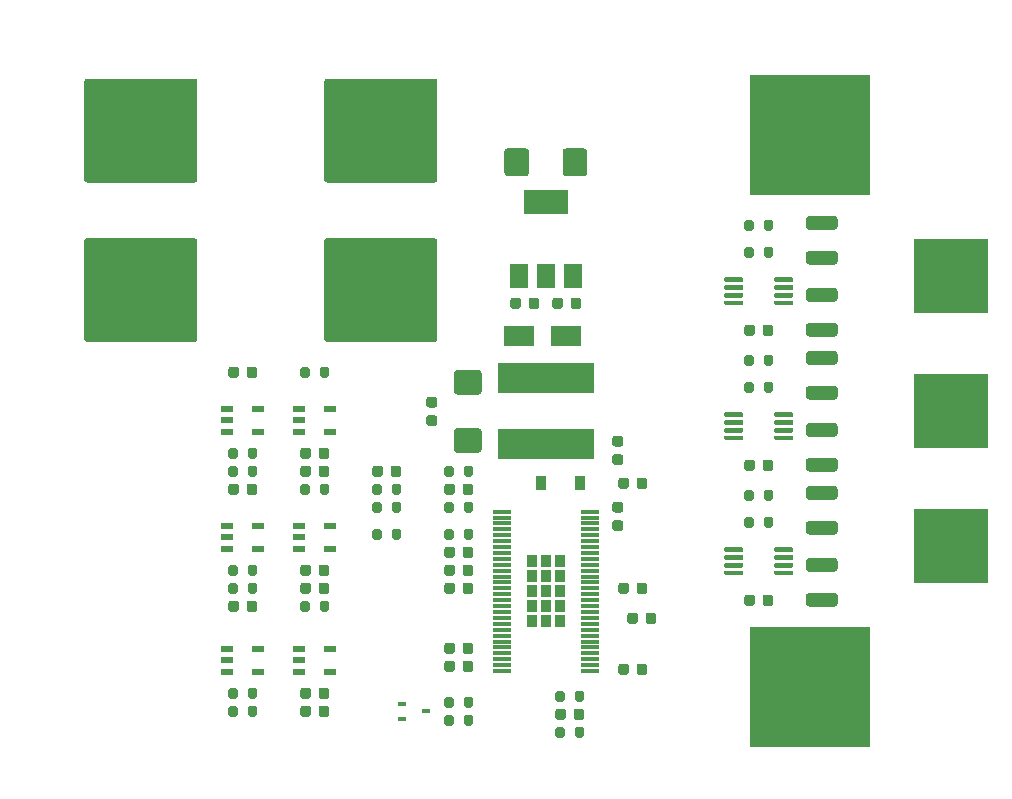
<source format=gtp>
%TF.GenerationSoftware,KiCad,Pcbnew,(5.1.7-0-10_14)*%
%TF.CreationDate,2021-01-04T14:16:26+09:00*%
%TF.ProjectId,rotomdriver,726f746f-6d64-4726-9976-65722e6b6963,rev?*%
%TF.SameCoordinates,Original*%
%TF.FileFunction,Paste,Top*%
%TF.FilePolarity,Positive*%
%FSLAX46Y46*%
G04 Gerber Fmt 4.6, Leading zero omitted, Abs format (unit mm)*
G04 Created by KiCad (PCBNEW (5.1.7-0-10_14)) date 2021-01-04 14:16:26*
%MOMM*%
%LPD*%
G01*
G04 APERTURE LIST*
%ADD10R,10.160000X10.160000*%
%ADD11R,0.900000X1.200000*%
%ADD12R,2.500000X1.800000*%
%ADD13R,8.200000X2.600000*%
%ADD14R,6.350000X6.350000*%
%ADD15R,0.700000X0.450000*%
%ADD16R,1.104900X0.508000*%
%ADD17R,1.550000X0.300000*%
%ADD18R,0.960000X1.030000*%
%ADD19R,3.800000X2.000000*%
%ADD20R,1.500000X2.000000*%
G04 APERTURE END LIST*
%TO.C,U3*%
G36*
G01*
X67026000Y-42277000D02*
X67026000Y-42477000D01*
G75*
G02*
X66926000Y-42577000I-100000J0D01*
G01*
X65501000Y-42577000D01*
G75*
G02*
X65401000Y-42477000I0J100000D01*
G01*
X65401000Y-42277000D01*
G75*
G02*
X65501000Y-42177000I100000J0D01*
G01*
X66926000Y-42177000D01*
G75*
G02*
X67026000Y-42277000I0J-100000D01*
G01*
G37*
G36*
G01*
X67026000Y-41627000D02*
X67026000Y-41827000D01*
G75*
G02*
X66926000Y-41927000I-100000J0D01*
G01*
X65501000Y-41927000D01*
G75*
G02*
X65401000Y-41827000I0J100000D01*
G01*
X65401000Y-41627000D01*
G75*
G02*
X65501000Y-41527000I100000J0D01*
G01*
X66926000Y-41527000D01*
G75*
G02*
X67026000Y-41627000I0J-100000D01*
G01*
G37*
G36*
G01*
X67026000Y-40977000D02*
X67026000Y-41177000D01*
G75*
G02*
X66926000Y-41277000I-100000J0D01*
G01*
X65501000Y-41277000D01*
G75*
G02*
X65401000Y-41177000I0J100000D01*
G01*
X65401000Y-40977000D01*
G75*
G02*
X65501000Y-40877000I100000J0D01*
G01*
X66926000Y-40877000D01*
G75*
G02*
X67026000Y-40977000I0J-100000D01*
G01*
G37*
G36*
G01*
X67026000Y-40327000D02*
X67026000Y-40527000D01*
G75*
G02*
X66926000Y-40627000I-100000J0D01*
G01*
X65501000Y-40627000D01*
G75*
G02*
X65401000Y-40527000I0J100000D01*
G01*
X65401000Y-40327000D01*
G75*
G02*
X65501000Y-40227000I100000J0D01*
G01*
X66926000Y-40227000D01*
G75*
G02*
X67026000Y-40327000I0J-100000D01*
G01*
G37*
G36*
G01*
X71251000Y-40327000D02*
X71251000Y-40527000D01*
G75*
G02*
X71151000Y-40627000I-100000J0D01*
G01*
X69726000Y-40627000D01*
G75*
G02*
X69626000Y-40527000I0J100000D01*
G01*
X69626000Y-40327000D01*
G75*
G02*
X69726000Y-40227000I100000J0D01*
G01*
X71151000Y-40227000D01*
G75*
G02*
X71251000Y-40327000I0J-100000D01*
G01*
G37*
G36*
G01*
X71251000Y-40977000D02*
X71251000Y-41177000D01*
G75*
G02*
X71151000Y-41277000I-100000J0D01*
G01*
X69726000Y-41277000D01*
G75*
G02*
X69626000Y-41177000I0J100000D01*
G01*
X69626000Y-40977000D01*
G75*
G02*
X69726000Y-40877000I100000J0D01*
G01*
X71151000Y-40877000D01*
G75*
G02*
X71251000Y-40977000I0J-100000D01*
G01*
G37*
G36*
G01*
X71251000Y-41627000D02*
X71251000Y-41827000D01*
G75*
G02*
X71151000Y-41927000I-100000J0D01*
G01*
X69726000Y-41927000D01*
G75*
G02*
X69626000Y-41827000I0J100000D01*
G01*
X69626000Y-41627000D01*
G75*
G02*
X69726000Y-41527000I100000J0D01*
G01*
X71151000Y-41527000D01*
G75*
G02*
X71251000Y-41627000I0J-100000D01*
G01*
G37*
G36*
G01*
X71251000Y-42277000D02*
X71251000Y-42477000D01*
G75*
G02*
X71151000Y-42577000I-100000J0D01*
G01*
X69726000Y-42577000D01*
G75*
G02*
X69626000Y-42477000I0J100000D01*
G01*
X69626000Y-42277000D01*
G75*
G02*
X69726000Y-42177000I100000J0D01*
G01*
X71151000Y-42177000D01*
G75*
G02*
X71251000Y-42277000I0J-100000D01*
G01*
G37*
%TD*%
%TO.C,R9*%
G36*
G01*
X67901000Y-37825000D02*
X67901000Y-38375000D01*
G75*
G02*
X67701000Y-38575000I-200000J0D01*
G01*
X67301000Y-38575000D01*
G75*
G02*
X67101000Y-38375000I0J200000D01*
G01*
X67101000Y-37825000D01*
G75*
G02*
X67301000Y-37625000I200000J0D01*
G01*
X67701000Y-37625000D01*
G75*
G02*
X67901000Y-37825000I0J-200000D01*
G01*
G37*
G36*
G01*
X69551000Y-37825000D02*
X69551000Y-38375000D01*
G75*
G02*
X69351000Y-38575000I-200000J0D01*
G01*
X68951000Y-38575000D01*
G75*
G02*
X68751000Y-38375000I0J200000D01*
G01*
X68751000Y-37825000D01*
G75*
G02*
X68951000Y-37625000I200000J0D01*
G01*
X69351000Y-37625000D01*
G75*
G02*
X69551000Y-37825000I0J-200000D01*
G01*
G37*
%TD*%
%TO.C,R3*%
G36*
G01*
X67901000Y-35539000D02*
X67901000Y-36089000D01*
G75*
G02*
X67701000Y-36289000I-200000J0D01*
G01*
X67301000Y-36289000D01*
G75*
G02*
X67101000Y-36089000I0J200000D01*
G01*
X67101000Y-35539000D01*
G75*
G02*
X67301000Y-35339000I200000J0D01*
G01*
X67701000Y-35339000D01*
G75*
G02*
X67901000Y-35539000I0J-200000D01*
G01*
G37*
G36*
G01*
X69551000Y-35539000D02*
X69551000Y-36089000D01*
G75*
G02*
X69351000Y-36289000I-200000J0D01*
G01*
X68951000Y-36289000D01*
G75*
G02*
X68751000Y-36089000I0J200000D01*
G01*
X68751000Y-35539000D01*
G75*
G02*
X68951000Y-35339000I200000J0D01*
G01*
X69351000Y-35339000D01*
G75*
G02*
X69551000Y-35539000I0J-200000D01*
G01*
G37*
%TD*%
D10*
%TO.C,P5*%
X72644000Y-52070000D03*
%TD*%
%TO.C,C6*%
G36*
G01*
X74760001Y-42280000D02*
X72559999Y-42280000D01*
G75*
G02*
X72310000Y-42030001I0J249999D01*
G01*
X72310000Y-41379999D01*
G75*
G02*
X72559999Y-41130000I249999J0D01*
G01*
X74760001Y-41130000D01*
G75*
G02*
X75010000Y-41379999I0J-249999D01*
G01*
X75010000Y-42030001D01*
G75*
G02*
X74760001Y-42280000I-249999J0D01*
G01*
G37*
G36*
G01*
X74760001Y-45230000D02*
X72559999Y-45230000D01*
G75*
G02*
X72310000Y-44980001I0J249999D01*
G01*
X72310000Y-44329999D01*
G75*
G02*
X72559999Y-44080000I249999J0D01*
G01*
X74760001Y-44080000D01*
G75*
G02*
X75010000Y-44329999I0J-249999D01*
G01*
X75010000Y-44980001D01*
G75*
G02*
X74760001Y-45230000I-249999J0D01*
G01*
G37*
%TD*%
%TO.C,C5*%
G36*
G01*
X72559999Y-37984000D02*
X74760001Y-37984000D01*
G75*
G02*
X75010000Y-38233999I0J-249999D01*
G01*
X75010000Y-38884001D01*
G75*
G02*
X74760001Y-39134000I-249999J0D01*
G01*
X72559999Y-39134000D01*
G75*
G02*
X72310000Y-38884001I0J249999D01*
G01*
X72310000Y-38233999D01*
G75*
G02*
X72559999Y-37984000I249999J0D01*
G01*
G37*
G36*
G01*
X72559999Y-35034000D02*
X74760001Y-35034000D01*
G75*
G02*
X75010000Y-35283999I0J-249999D01*
G01*
X75010000Y-35934001D01*
G75*
G02*
X74760001Y-36184000I-249999J0D01*
G01*
X72559999Y-36184000D01*
G75*
G02*
X72310000Y-35934001I0J249999D01*
G01*
X72310000Y-35283999D01*
G75*
G02*
X72559999Y-35034000I249999J0D01*
G01*
G37*
%TD*%
%TO.C,P1*%
X72644000Y-5334000D03*
%TD*%
%TO.C,C1*%
G36*
G01*
X72559999Y-12174000D02*
X74760001Y-12174000D01*
G75*
G02*
X75010000Y-12423999I0J-249999D01*
G01*
X75010000Y-13074001D01*
G75*
G02*
X74760001Y-13324000I-249999J0D01*
G01*
X72559999Y-13324000D01*
G75*
G02*
X72310000Y-13074001I0J249999D01*
G01*
X72310000Y-12423999D01*
G75*
G02*
X72559999Y-12174000I249999J0D01*
G01*
G37*
G36*
G01*
X72559999Y-15124000D02*
X74760001Y-15124000D01*
G75*
G02*
X75010000Y-15373999I0J-249999D01*
G01*
X75010000Y-16024001D01*
G75*
G02*
X74760001Y-16274000I-249999J0D01*
G01*
X72559999Y-16274000D01*
G75*
G02*
X72310000Y-16024001I0J249999D01*
G01*
X72310000Y-15373999D01*
G75*
G02*
X72559999Y-15124000I249999J0D01*
G01*
G37*
%TD*%
%TO.C,C2*%
G36*
G01*
X74760001Y-19420000D02*
X72559999Y-19420000D01*
G75*
G02*
X72310000Y-19170001I0J249999D01*
G01*
X72310000Y-18519999D01*
G75*
G02*
X72559999Y-18270000I249999J0D01*
G01*
X74760001Y-18270000D01*
G75*
G02*
X75010000Y-18519999I0J-249999D01*
G01*
X75010000Y-19170001D01*
G75*
G02*
X74760001Y-19420000I-249999J0D01*
G01*
G37*
G36*
G01*
X74760001Y-22370000D02*
X72559999Y-22370000D01*
G75*
G02*
X72310000Y-22120001I0J249999D01*
G01*
X72310000Y-21469999D01*
G75*
G02*
X72559999Y-21220000I249999J0D01*
G01*
X74760001Y-21220000D01*
G75*
G02*
X75010000Y-21469999I0J-249999D01*
G01*
X75010000Y-22120001D01*
G75*
G02*
X74760001Y-22370000I-249999J0D01*
G01*
G37*
%TD*%
%TO.C,C3*%
G36*
G01*
X72559999Y-23604000D02*
X74760001Y-23604000D01*
G75*
G02*
X75010000Y-23853999I0J-249999D01*
G01*
X75010000Y-24504001D01*
G75*
G02*
X74760001Y-24754000I-249999J0D01*
G01*
X72559999Y-24754000D01*
G75*
G02*
X72310000Y-24504001I0J249999D01*
G01*
X72310000Y-23853999D01*
G75*
G02*
X72559999Y-23604000I249999J0D01*
G01*
G37*
G36*
G01*
X72559999Y-26554000D02*
X74760001Y-26554000D01*
G75*
G02*
X75010000Y-26803999I0J-249999D01*
G01*
X75010000Y-27454001D01*
G75*
G02*
X74760001Y-27704000I-249999J0D01*
G01*
X72559999Y-27704000D01*
G75*
G02*
X72310000Y-27454001I0J249999D01*
G01*
X72310000Y-26803999D01*
G75*
G02*
X72559999Y-26554000I249999J0D01*
G01*
G37*
%TD*%
%TO.C,C4*%
G36*
G01*
X74760001Y-30850000D02*
X72559999Y-30850000D01*
G75*
G02*
X72310000Y-30600001I0J249999D01*
G01*
X72310000Y-29949999D01*
G75*
G02*
X72559999Y-29700000I249999J0D01*
G01*
X74760001Y-29700000D01*
G75*
G02*
X75010000Y-29949999I0J-249999D01*
G01*
X75010000Y-30600001D01*
G75*
G02*
X74760001Y-30850000I-249999J0D01*
G01*
G37*
G36*
G01*
X74760001Y-33800000D02*
X72559999Y-33800000D01*
G75*
G02*
X72310000Y-33550001I0J249999D01*
G01*
X72310000Y-32899999D01*
G75*
G02*
X72559999Y-32650000I249999J0D01*
G01*
X74760001Y-32650000D01*
G75*
G02*
X75010000Y-32899999I0J-249999D01*
G01*
X75010000Y-33550001D01*
G75*
G02*
X74760001Y-33800000I-249999J0D01*
G01*
G37*
%TD*%
%TO.C,C7*%
G36*
G01*
X67101000Y-22094000D02*
X67101000Y-21594000D01*
G75*
G02*
X67326000Y-21369000I225000J0D01*
G01*
X67776000Y-21369000D01*
G75*
G02*
X68001000Y-21594000I0J-225000D01*
G01*
X68001000Y-22094000D01*
G75*
G02*
X67776000Y-22319000I-225000J0D01*
G01*
X67326000Y-22319000D01*
G75*
G02*
X67101000Y-22094000I0J225000D01*
G01*
G37*
G36*
G01*
X68651000Y-22094000D02*
X68651000Y-21594000D01*
G75*
G02*
X68876000Y-21369000I225000J0D01*
G01*
X69326000Y-21369000D01*
G75*
G02*
X69551000Y-21594000I0J-225000D01*
G01*
X69551000Y-22094000D01*
G75*
G02*
X69326000Y-22319000I-225000J0D01*
G01*
X68876000Y-22319000D01*
G75*
G02*
X68651000Y-22094000I0J225000D01*
G01*
G37*
%TD*%
%TO.C,C8*%
G36*
G01*
X68651000Y-33524000D02*
X68651000Y-33024000D01*
G75*
G02*
X68876000Y-32799000I225000J0D01*
G01*
X69326000Y-32799000D01*
G75*
G02*
X69551000Y-33024000I0J-225000D01*
G01*
X69551000Y-33524000D01*
G75*
G02*
X69326000Y-33749000I-225000J0D01*
G01*
X68876000Y-33749000D01*
G75*
G02*
X68651000Y-33524000I0J225000D01*
G01*
G37*
G36*
G01*
X67101000Y-33524000D02*
X67101000Y-33024000D01*
G75*
G02*
X67326000Y-32799000I225000J0D01*
G01*
X67776000Y-32799000D01*
G75*
G02*
X68001000Y-33024000I0J-225000D01*
G01*
X68001000Y-33524000D01*
G75*
G02*
X67776000Y-33749000I-225000J0D01*
G01*
X67326000Y-33749000D01*
G75*
G02*
X67101000Y-33524000I0J225000D01*
G01*
G37*
%TD*%
%TO.C,C9*%
G36*
G01*
X68651000Y-44954000D02*
X68651000Y-44454000D01*
G75*
G02*
X68876000Y-44229000I225000J0D01*
G01*
X69326000Y-44229000D01*
G75*
G02*
X69551000Y-44454000I0J-225000D01*
G01*
X69551000Y-44954000D01*
G75*
G02*
X69326000Y-45179000I-225000J0D01*
G01*
X68876000Y-45179000D01*
G75*
G02*
X68651000Y-44954000I0J225000D01*
G01*
G37*
G36*
G01*
X67101000Y-44954000D02*
X67101000Y-44454000D01*
G75*
G02*
X67326000Y-44229000I225000J0D01*
G01*
X67776000Y-44229000D01*
G75*
G02*
X68001000Y-44454000I0J-225000D01*
G01*
X68001000Y-44954000D01*
G75*
G02*
X67776000Y-45179000I-225000J0D01*
G01*
X67326000Y-45179000D01*
G75*
G02*
X67101000Y-44954000I0J225000D01*
G01*
G37*
%TD*%
%TO.C,C10*%
G36*
G01*
X31059000Y-32508000D02*
X31059000Y-32008000D01*
G75*
G02*
X31284000Y-31783000I225000J0D01*
G01*
X31734000Y-31783000D01*
G75*
G02*
X31959000Y-32008000I0J-225000D01*
G01*
X31959000Y-32508000D01*
G75*
G02*
X31734000Y-32733000I-225000J0D01*
G01*
X31284000Y-32733000D01*
G75*
G02*
X31059000Y-32508000I0J225000D01*
G01*
G37*
G36*
G01*
X29509000Y-32508000D02*
X29509000Y-32008000D01*
G75*
G02*
X29734000Y-31783000I225000J0D01*
G01*
X30184000Y-31783000D01*
G75*
G02*
X30409000Y-32008000I0J-225000D01*
G01*
X30409000Y-32508000D01*
G75*
G02*
X30184000Y-32733000I-225000J0D01*
G01*
X29734000Y-32733000D01*
G75*
G02*
X29509000Y-32508000I0J225000D01*
G01*
G37*
%TD*%
%TO.C,C11*%
G36*
G01*
X29509000Y-42414000D02*
X29509000Y-41914000D01*
G75*
G02*
X29734000Y-41689000I225000J0D01*
G01*
X30184000Y-41689000D01*
G75*
G02*
X30409000Y-41914000I0J-225000D01*
G01*
X30409000Y-42414000D01*
G75*
G02*
X30184000Y-42639000I-225000J0D01*
G01*
X29734000Y-42639000D01*
G75*
G02*
X29509000Y-42414000I0J225000D01*
G01*
G37*
G36*
G01*
X31059000Y-42414000D02*
X31059000Y-41914000D01*
G75*
G02*
X31284000Y-41689000I225000J0D01*
G01*
X31734000Y-41689000D01*
G75*
G02*
X31959000Y-41914000I0J-225000D01*
G01*
X31959000Y-42414000D01*
G75*
G02*
X31734000Y-42639000I-225000J0D01*
G01*
X31284000Y-42639000D01*
G75*
G02*
X31059000Y-42414000I0J225000D01*
G01*
G37*
%TD*%
%TO.C,C12*%
G36*
G01*
X29509000Y-52828000D02*
X29509000Y-52328000D01*
G75*
G02*
X29734000Y-52103000I225000J0D01*
G01*
X30184000Y-52103000D01*
G75*
G02*
X30409000Y-52328000I0J-225000D01*
G01*
X30409000Y-52828000D01*
G75*
G02*
X30184000Y-53053000I-225000J0D01*
G01*
X29734000Y-53053000D01*
G75*
G02*
X29509000Y-52828000I0J225000D01*
G01*
G37*
G36*
G01*
X31059000Y-52828000D02*
X31059000Y-52328000D01*
G75*
G02*
X31284000Y-52103000I225000J0D01*
G01*
X31734000Y-52103000D01*
G75*
G02*
X31959000Y-52328000I0J-225000D01*
G01*
X31959000Y-52828000D01*
G75*
G02*
X31734000Y-53053000I-225000J0D01*
G01*
X31284000Y-53053000D01*
G75*
G02*
X31059000Y-52828000I0J225000D01*
G01*
G37*
%TD*%
%TO.C,C13*%
G36*
G01*
X29509000Y-34032000D02*
X29509000Y-33532000D01*
G75*
G02*
X29734000Y-33307000I225000J0D01*
G01*
X30184000Y-33307000D01*
G75*
G02*
X30409000Y-33532000I0J-225000D01*
G01*
X30409000Y-34032000D01*
G75*
G02*
X30184000Y-34257000I-225000J0D01*
G01*
X29734000Y-34257000D01*
G75*
G02*
X29509000Y-34032000I0J225000D01*
G01*
G37*
G36*
G01*
X31059000Y-34032000D02*
X31059000Y-33532000D01*
G75*
G02*
X31284000Y-33307000I225000J0D01*
G01*
X31734000Y-33307000D01*
G75*
G02*
X31959000Y-33532000I0J-225000D01*
G01*
X31959000Y-34032000D01*
G75*
G02*
X31734000Y-34257000I-225000J0D01*
G01*
X31284000Y-34257000D01*
G75*
G02*
X31059000Y-34032000I0J225000D01*
G01*
G37*
%TD*%
%TO.C,C14*%
G36*
G01*
X31059000Y-43938000D02*
X31059000Y-43438000D01*
G75*
G02*
X31284000Y-43213000I225000J0D01*
G01*
X31734000Y-43213000D01*
G75*
G02*
X31959000Y-43438000I0J-225000D01*
G01*
X31959000Y-43938000D01*
G75*
G02*
X31734000Y-44163000I-225000J0D01*
G01*
X31284000Y-44163000D01*
G75*
G02*
X31059000Y-43938000I0J225000D01*
G01*
G37*
G36*
G01*
X29509000Y-43938000D02*
X29509000Y-43438000D01*
G75*
G02*
X29734000Y-43213000I225000J0D01*
G01*
X30184000Y-43213000D01*
G75*
G02*
X30409000Y-43438000I0J-225000D01*
G01*
X30409000Y-43938000D01*
G75*
G02*
X30184000Y-44163000I-225000J0D01*
G01*
X29734000Y-44163000D01*
G75*
G02*
X29509000Y-43938000I0J225000D01*
G01*
G37*
%TD*%
%TO.C,C15*%
G36*
G01*
X31059000Y-54352000D02*
X31059000Y-53852000D01*
G75*
G02*
X31284000Y-53627000I225000J0D01*
G01*
X31734000Y-53627000D01*
G75*
G02*
X31959000Y-53852000I0J-225000D01*
G01*
X31959000Y-54352000D01*
G75*
G02*
X31734000Y-54577000I-225000J0D01*
G01*
X31284000Y-54577000D01*
G75*
G02*
X31059000Y-54352000I0J225000D01*
G01*
G37*
G36*
G01*
X29509000Y-54352000D02*
X29509000Y-53852000D01*
G75*
G02*
X29734000Y-53627000I225000J0D01*
G01*
X30184000Y-53627000D01*
G75*
G02*
X30409000Y-53852000I0J-225000D01*
G01*
X30409000Y-54352000D01*
G75*
G02*
X30184000Y-54577000I-225000J0D01*
G01*
X29734000Y-54577000D01*
G75*
G02*
X29509000Y-54352000I0J225000D01*
G01*
G37*
%TD*%
%TO.C,C16*%
G36*
G01*
X31771999Y-14034000D02*
X40872001Y-14034000D01*
G75*
G02*
X41122000Y-14283999I0J-249999D01*
G01*
X41122000Y-22584001D01*
G75*
G02*
X40872001Y-22834000I-249999J0D01*
G01*
X31771999Y-22834000D01*
G75*
G02*
X31522000Y-22584001I0J249999D01*
G01*
X31522000Y-14283999D01*
G75*
G02*
X31771999Y-14034000I249999J0D01*
G01*
G37*
G36*
G01*
X31771999Y-534000D02*
X40872001Y-534000D01*
G75*
G02*
X41122000Y-783999I0J-249999D01*
G01*
X41122000Y-9084001D01*
G75*
G02*
X40872001Y-9334000I-249999J0D01*
G01*
X31771999Y-9334000D01*
G75*
G02*
X31522000Y-9084001I0J249999D01*
G01*
X31522000Y-783999D01*
G75*
G02*
X31771999Y-534000I249999J0D01*
G01*
G37*
%TD*%
%TO.C,C17*%
G36*
G01*
X11451999Y-534000D02*
X20552001Y-534000D01*
G75*
G02*
X20802000Y-783999I0J-249999D01*
G01*
X20802000Y-9084001D01*
G75*
G02*
X20552001Y-9334000I-249999J0D01*
G01*
X11451999Y-9334000D01*
G75*
G02*
X11202000Y-9084001I0J249999D01*
G01*
X11202000Y-783999D01*
G75*
G02*
X11451999Y-534000I249999J0D01*
G01*
G37*
G36*
G01*
X11451999Y-14034000D02*
X20552001Y-14034000D01*
G75*
G02*
X20802000Y-14283999I0J-249999D01*
G01*
X20802000Y-22584001D01*
G75*
G02*
X20552001Y-22834000I-249999J0D01*
G01*
X11451999Y-22834000D01*
G75*
G02*
X11202000Y-22584001I0J249999D01*
G01*
X11202000Y-14283999D01*
G75*
G02*
X11451999Y-14034000I249999J0D01*
G01*
G37*
%TD*%
%TO.C,C18*%
G36*
G01*
X53549000Y-54106000D02*
X53549000Y-54606000D01*
G75*
G02*
X53324000Y-54831000I-225000J0D01*
G01*
X52874000Y-54831000D01*
G75*
G02*
X52649000Y-54606000I0J225000D01*
G01*
X52649000Y-54106000D01*
G75*
G02*
X52874000Y-53881000I225000J0D01*
G01*
X53324000Y-53881000D01*
G75*
G02*
X53549000Y-54106000I0J-225000D01*
G01*
G37*
G36*
G01*
X51999000Y-54106000D02*
X51999000Y-54606000D01*
G75*
G02*
X51774000Y-54831000I-225000J0D01*
G01*
X51324000Y-54831000D01*
G75*
G02*
X51099000Y-54606000I0J225000D01*
G01*
X51099000Y-54106000D01*
G75*
G02*
X51324000Y-53881000I225000J0D01*
G01*
X51774000Y-53881000D01*
G75*
G02*
X51999000Y-54106000I0J-225000D01*
G01*
G37*
%TD*%
%TO.C,C19*%
G36*
G01*
X35605000Y-34032000D02*
X35605000Y-33532000D01*
G75*
G02*
X35830000Y-33307000I225000J0D01*
G01*
X36280000Y-33307000D01*
G75*
G02*
X36505000Y-33532000I0J-225000D01*
G01*
X36505000Y-34032000D01*
G75*
G02*
X36280000Y-34257000I-225000J0D01*
G01*
X35830000Y-34257000D01*
G75*
G02*
X35605000Y-34032000I0J225000D01*
G01*
G37*
G36*
G01*
X37155000Y-34032000D02*
X37155000Y-33532000D01*
G75*
G02*
X37380000Y-33307000I225000J0D01*
G01*
X37830000Y-33307000D01*
G75*
G02*
X38055000Y-33532000I0J-225000D01*
G01*
X38055000Y-34032000D01*
G75*
G02*
X37830000Y-34257000I-225000J0D01*
G01*
X37380000Y-34257000D01*
G75*
G02*
X37155000Y-34032000I0J225000D01*
G01*
G37*
%TD*%
%TO.C,C20*%
G36*
G01*
X56638000Y-33229000D02*
X56138000Y-33229000D01*
G75*
G02*
X55913000Y-33004000I0J225000D01*
G01*
X55913000Y-32554000D01*
G75*
G02*
X56138000Y-32329000I225000J0D01*
G01*
X56638000Y-32329000D01*
G75*
G02*
X56863000Y-32554000I0J-225000D01*
G01*
X56863000Y-33004000D01*
G75*
G02*
X56638000Y-33229000I-225000J0D01*
G01*
G37*
G36*
G01*
X56638000Y-31679000D02*
X56138000Y-31679000D01*
G75*
G02*
X55913000Y-31454000I0J225000D01*
G01*
X55913000Y-31004000D01*
G75*
G02*
X56138000Y-30779000I225000J0D01*
G01*
X56638000Y-30779000D01*
G75*
G02*
X56863000Y-31004000I0J-225000D01*
G01*
X56863000Y-31454000D01*
G75*
G02*
X56638000Y-31679000I-225000J0D01*
G01*
G37*
%TD*%
%TO.C,C21*%
G36*
G01*
X43251000Y-35556000D02*
X43251000Y-35056000D01*
G75*
G02*
X43476000Y-34831000I225000J0D01*
G01*
X43926000Y-34831000D01*
G75*
G02*
X44151000Y-35056000I0J-225000D01*
G01*
X44151000Y-35556000D01*
G75*
G02*
X43926000Y-35781000I-225000J0D01*
G01*
X43476000Y-35781000D01*
G75*
G02*
X43251000Y-35556000I0J225000D01*
G01*
G37*
G36*
G01*
X41701000Y-35556000D02*
X41701000Y-35056000D01*
G75*
G02*
X41926000Y-34831000I225000J0D01*
G01*
X42376000Y-34831000D01*
G75*
G02*
X42601000Y-35056000I0J-225000D01*
G01*
X42601000Y-35556000D01*
G75*
G02*
X42376000Y-35781000I-225000J0D01*
G01*
X41926000Y-35781000D01*
G75*
G02*
X41701000Y-35556000I0J225000D01*
G01*
G37*
%TD*%
%TO.C,C22*%
G36*
G01*
X56638000Y-37267000D02*
X56138000Y-37267000D01*
G75*
G02*
X55913000Y-37042000I0J225000D01*
G01*
X55913000Y-36592000D01*
G75*
G02*
X56138000Y-36367000I225000J0D01*
G01*
X56638000Y-36367000D01*
G75*
G02*
X56863000Y-36592000I0J-225000D01*
G01*
X56863000Y-37042000D01*
G75*
G02*
X56638000Y-37267000I-225000J0D01*
G01*
G37*
G36*
G01*
X56638000Y-38817000D02*
X56138000Y-38817000D01*
G75*
G02*
X55913000Y-38592000I0J225000D01*
G01*
X55913000Y-38142000D01*
G75*
G02*
X56138000Y-37917000I225000J0D01*
G01*
X56638000Y-37917000D01*
G75*
G02*
X56863000Y-38142000I0J-225000D01*
G01*
X56863000Y-38592000D01*
G75*
G02*
X56638000Y-38817000I-225000J0D01*
G01*
G37*
%TD*%
%TO.C,C23*%
G36*
G01*
X40390000Y-29027000D02*
X40890000Y-29027000D01*
G75*
G02*
X41115000Y-29252000I0J-225000D01*
G01*
X41115000Y-29702000D01*
G75*
G02*
X40890000Y-29927000I-225000J0D01*
G01*
X40390000Y-29927000D01*
G75*
G02*
X40165000Y-29702000I0J225000D01*
G01*
X40165000Y-29252000D01*
G75*
G02*
X40390000Y-29027000I225000J0D01*
G01*
G37*
G36*
G01*
X40390000Y-27477000D02*
X40890000Y-27477000D01*
G75*
G02*
X41115000Y-27702000I0J-225000D01*
G01*
X41115000Y-28152000D01*
G75*
G02*
X40890000Y-28377000I-225000J0D01*
G01*
X40390000Y-28377000D01*
G75*
G02*
X40165000Y-28152000I0J225000D01*
G01*
X40165000Y-27702000D01*
G75*
G02*
X40390000Y-27477000I225000J0D01*
G01*
G37*
%TD*%
%TO.C,C24*%
G36*
G01*
X42763000Y-30127000D02*
X44613000Y-30127000D01*
G75*
G02*
X44863000Y-30377000I0J-250000D01*
G01*
X44863000Y-31952000D01*
G75*
G02*
X44613000Y-32202000I-250000J0D01*
G01*
X42763000Y-32202000D01*
G75*
G02*
X42513000Y-31952000I0J250000D01*
G01*
X42513000Y-30377000D01*
G75*
G02*
X42763000Y-30127000I250000J0D01*
G01*
G37*
G36*
G01*
X42763000Y-25202000D02*
X44613000Y-25202000D01*
G75*
G02*
X44863000Y-25452000I0J-250000D01*
G01*
X44863000Y-27027000D01*
G75*
G02*
X44613000Y-27277000I-250000J0D01*
G01*
X42763000Y-27277000D01*
G75*
G02*
X42513000Y-27027000I0J250000D01*
G01*
X42513000Y-25452000D01*
G75*
G02*
X42763000Y-25202000I250000J0D01*
G01*
G37*
%TD*%
%TO.C,C25*%
G36*
G01*
X56433000Y-35048000D02*
X56433000Y-34548000D01*
G75*
G02*
X56658000Y-34323000I225000J0D01*
G01*
X57108000Y-34323000D01*
G75*
G02*
X57333000Y-34548000I0J-225000D01*
G01*
X57333000Y-35048000D01*
G75*
G02*
X57108000Y-35273000I-225000J0D01*
G01*
X56658000Y-35273000D01*
G75*
G02*
X56433000Y-35048000I0J225000D01*
G01*
G37*
G36*
G01*
X57983000Y-35048000D02*
X57983000Y-34548000D01*
G75*
G02*
X58208000Y-34323000I225000J0D01*
G01*
X58658000Y-34323000D01*
G75*
G02*
X58883000Y-34548000I0J-225000D01*
G01*
X58883000Y-35048000D01*
G75*
G02*
X58658000Y-35273000I-225000J0D01*
G01*
X58208000Y-35273000D01*
G75*
G02*
X57983000Y-35048000I0J225000D01*
G01*
G37*
%TD*%
%TO.C,C26*%
G36*
G01*
X44151000Y-43438000D02*
X44151000Y-43938000D01*
G75*
G02*
X43926000Y-44163000I-225000J0D01*
G01*
X43476000Y-44163000D01*
G75*
G02*
X43251000Y-43938000I0J225000D01*
G01*
X43251000Y-43438000D01*
G75*
G02*
X43476000Y-43213000I225000J0D01*
G01*
X43926000Y-43213000D01*
G75*
G02*
X44151000Y-43438000I0J-225000D01*
G01*
G37*
G36*
G01*
X42601000Y-43438000D02*
X42601000Y-43938000D01*
G75*
G02*
X42376000Y-44163000I-225000J0D01*
G01*
X41926000Y-44163000D01*
G75*
G02*
X41701000Y-43938000I0J225000D01*
G01*
X41701000Y-43438000D01*
G75*
G02*
X41926000Y-43213000I225000J0D01*
G01*
X42376000Y-43213000D01*
G75*
G02*
X42601000Y-43438000I0J-225000D01*
G01*
G37*
%TD*%
%TO.C,C27*%
G36*
G01*
X56433000Y-43938000D02*
X56433000Y-43438000D01*
G75*
G02*
X56658000Y-43213000I225000J0D01*
G01*
X57108000Y-43213000D01*
G75*
G02*
X57333000Y-43438000I0J-225000D01*
G01*
X57333000Y-43938000D01*
G75*
G02*
X57108000Y-44163000I-225000J0D01*
G01*
X56658000Y-44163000D01*
G75*
G02*
X56433000Y-43938000I0J225000D01*
G01*
G37*
G36*
G01*
X57983000Y-43938000D02*
X57983000Y-43438000D01*
G75*
G02*
X58208000Y-43213000I225000J0D01*
G01*
X58658000Y-43213000D01*
G75*
G02*
X58883000Y-43438000I0J-225000D01*
G01*
X58883000Y-43938000D01*
G75*
G02*
X58658000Y-44163000I-225000J0D01*
G01*
X58208000Y-44163000D01*
G75*
G02*
X57983000Y-43938000I0J225000D01*
G01*
G37*
%TD*%
%TO.C,C28*%
G36*
G01*
X44151000Y-41914000D02*
X44151000Y-42414000D01*
G75*
G02*
X43926000Y-42639000I-225000J0D01*
G01*
X43476000Y-42639000D01*
G75*
G02*
X43251000Y-42414000I0J225000D01*
G01*
X43251000Y-41914000D01*
G75*
G02*
X43476000Y-41689000I225000J0D01*
G01*
X43926000Y-41689000D01*
G75*
G02*
X44151000Y-41914000I0J-225000D01*
G01*
G37*
G36*
G01*
X42601000Y-41914000D02*
X42601000Y-42414000D01*
G75*
G02*
X42376000Y-42639000I-225000J0D01*
G01*
X41926000Y-42639000D01*
G75*
G02*
X41701000Y-42414000I0J225000D01*
G01*
X41701000Y-41914000D01*
G75*
G02*
X41926000Y-41689000I225000J0D01*
G01*
X42376000Y-41689000D01*
G75*
G02*
X42601000Y-41914000I0J-225000D01*
G01*
G37*
%TD*%
%TO.C,C29*%
G36*
G01*
X42601000Y-40390000D02*
X42601000Y-40890000D01*
G75*
G02*
X42376000Y-41115000I-225000J0D01*
G01*
X41926000Y-41115000D01*
G75*
G02*
X41701000Y-40890000I0J225000D01*
G01*
X41701000Y-40390000D01*
G75*
G02*
X41926000Y-40165000I225000J0D01*
G01*
X42376000Y-40165000D01*
G75*
G02*
X42601000Y-40390000I0J-225000D01*
G01*
G37*
G36*
G01*
X44151000Y-40390000D02*
X44151000Y-40890000D01*
G75*
G02*
X43926000Y-41115000I-225000J0D01*
G01*
X43476000Y-41115000D01*
G75*
G02*
X43251000Y-40890000I0J225000D01*
G01*
X43251000Y-40390000D01*
G75*
G02*
X43476000Y-40165000I225000J0D01*
G01*
X43926000Y-40165000D01*
G75*
G02*
X44151000Y-40390000I0J-225000D01*
G01*
G37*
%TD*%
%TO.C,C30*%
G36*
G01*
X58745000Y-46478000D02*
X58745000Y-45978000D01*
G75*
G02*
X58970000Y-45753000I225000J0D01*
G01*
X59420000Y-45753000D01*
G75*
G02*
X59645000Y-45978000I0J-225000D01*
G01*
X59645000Y-46478000D01*
G75*
G02*
X59420000Y-46703000I-225000J0D01*
G01*
X58970000Y-46703000D01*
G75*
G02*
X58745000Y-46478000I0J225000D01*
G01*
G37*
G36*
G01*
X57195000Y-46478000D02*
X57195000Y-45978000D01*
G75*
G02*
X57420000Y-45753000I225000J0D01*
G01*
X57870000Y-45753000D01*
G75*
G02*
X58095000Y-45978000I0J-225000D01*
G01*
X58095000Y-46478000D01*
G75*
G02*
X57870000Y-46703000I-225000J0D01*
G01*
X57420000Y-46703000D01*
G75*
G02*
X57195000Y-46478000I0J225000D01*
G01*
G37*
%TD*%
%TO.C,C31*%
G36*
G01*
X42601000Y-48518000D02*
X42601000Y-49018000D01*
G75*
G02*
X42376000Y-49243000I-225000J0D01*
G01*
X41926000Y-49243000D01*
G75*
G02*
X41701000Y-49018000I0J225000D01*
G01*
X41701000Y-48518000D01*
G75*
G02*
X41926000Y-48293000I225000J0D01*
G01*
X42376000Y-48293000D01*
G75*
G02*
X42601000Y-48518000I0J-225000D01*
G01*
G37*
G36*
G01*
X44151000Y-48518000D02*
X44151000Y-49018000D01*
G75*
G02*
X43926000Y-49243000I-225000J0D01*
G01*
X43476000Y-49243000D01*
G75*
G02*
X43251000Y-49018000I0J225000D01*
G01*
X43251000Y-48518000D01*
G75*
G02*
X43476000Y-48293000I225000J0D01*
G01*
X43926000Y-48293000D01*
G75*
G02*
X44151000Y-48518000I0J-225000D01*
G01*
G37*
%TD*%
%TO.C,C32*%
G36*
G01*
X44151000Y-50042000D02*
X44151000Y-50542000D01*
G75*
G02*
X43926000Y-50767000I-225000J0D01*
G01*
X43476000Y-50767000D01*
G75*
G02*
X43251000Y-50542000I0J225000D01*
G01*
X43251000Y-50042000D01*
G75*
G02*
X43476000Y-49817000I225000J0D01*
G01*
X43926000Y-49817000D01*
G75*
G02*
X44151000Y-50042000I0J-225000D01*
G01*
G37*
G36*
G01*
X42601000Y-50042000D02*
X42601000Y-50542000D01*
G75*
G02*
X42376000Y-50767000I-225000J0D01*
G01*
X41926000Y-50767000D01*
G75*
G02*
X41701000Y-50542000I0J225000D01*
G01*
X41701000Y-50042000D01*
G75*
G02*
X41926000Y-49817000I225000J0D01*
G01*
X42376000Y-49817000D01*
G75*
G02*
X42601000Y-50042000I0J-225000D01*
G01*
G37*
%TD*%
%TO.C,C33*%
G36*
G01*
X57983000Y-50796000D02*
X57983000Y-50296000D01*
G75*
G02*
X58208000Y-50071000I225000J0D01*
G01*
X58658000Y-50071000D01*
G75*
G02*
X58883000Y-50296000I0J-225000D01*
G01*
X58883000Y-50796000D01*
G75*
G02*
X58658000Y-51021000I-225000J0D01*
G01*
X58208000Y-51021000D01*
G75*
G02*
X57983000Y-50796000I0J225000D01*
G01*
G37*
G36*
G01*
X56433000Y-50796000D02*
X56433000Y-50296000D01*
G75*
G02*
X56658000Y-50071000I225000J0D01*
G01*
X57108000Y-50071000D01*
G75*
G02*
X57333000Y-50296000I0J-225000D01*
G01*
X57333000Y-50796000D01*
G75*
G02*
X57108000Y-51021000I-225000J0D01*
G01*
X56658000Y-51021000D01*
G75*
G02*
X56433000Y-50796000I0J225000D01*
G01*
G37*
%TD*%
%TO.C,C34*%
G36*
G01*
X50845000Y-19808000D02*
X50845000Y-19308000D01*
G75*
G02*
X51070000Y-19083000I225000J0D01*
G01*
X51520000Y-19083000D01*
G75*
G02*
X51745000Y-19308000I0J-225000D01*
G01*
X51745000Y-19808000D01*
G75*
G02*
X51520000Y-20033000I-225000J0D01*
G01*
X51070000Y-20033000D01*
G75*
G02*
X50845000Y-19808000I0J225000D01*
G01*
G37*
G36*
G01*
X52395000Y-19808000D02*
X52395000Y-19308000D01*
G75*
G02*
X52620000Y-19083000I225000J0D01*
G01*
X53070000Y-19083000D01*
G75*
G02*
X53295000Y-19308000I0J-225000D01*
G01*
X53295000Y-19808000D01*
G75*
G02*
X53070000Y-20033000I-225000J0D01*
G01*
X52620000Y-20033000D01*
G75*
G02*
X52395000Y-19808000I0J225000D01*
G01*
G37*
%TD*%
%TO.C,C35*%
G36*
G01*
X48189000Y-19308000D02*
X48189000Y-19808000D01*
G75*
G02*
X47964000Y-20033000I-225000J0D01*
G01*
X47514000Y-20033000D01*
G75*
G02*
X47289000Y-19808000I0J225000D01*
G01*
X47289000Y-19308000D01*
G75*
G02*
X47514000Y-19083000I225000J0D01*
G01*
X47964000Y-19083000D01*
G75*
G02*
X48189000Y-19308000I0J-225000D01*
G01*
G37*
G36*
G01*
X49739000Y-19308000D02*
X49739000Y-19808000D01*
G75*
G02*
X49514000Y-20033000I-225000J0D01*
G01*
X49064000Y-20033000D01*
G75*
G02*
X48839000Y-19808000I0J225000D01*
G01*
X48839000Y-19308000D01*
G75*
G02*
X49064000Y-19083000I225000J0D01*
G01*
X49514000Y-19083000D01*
G75*
G02*
X49739000Y-19308000I0J-225000D01*
G01*
G37*
%TD*%
%TO.C,C36*%
G36*
G01*
X46792000Y-8545000D02*
X46792000Y-6695000D01*
G75*
G02*
X47042000Y-6445000I250000J0D01*
G01*
X48617000Y-6445000D01*
G75*
G02*
X48867000Y-6695000I0J-250000D01*
G01*
X48867000Y-8545000D01*
G75*
G02*
X48617000Y-8795000I-250000J0D01*
G01*
X47042000Y-8795000D01*
G75*
G02*
X46792000Y-8545000I0J250000D01*
G01*
G37*
G36*
G01*
X51717000Y-8545000D02*
X51717000Y-6695000D01*
G75*
G02*
X51967000Y-6445000I250000J0D01*
G01*
X53542000Y-6445000D01*
G75*
G02*
X53792000Y-6695000I0J-250000D01*
G01*
X53792000Y-8545000D01*
G75*
G02*
X53542000Y-8795000I-250000J0D01*
G01*
X51967000Y-8795000D01*
G75*
G02*
X51717000Y-8545000I0J250000D01*
G01*
G37*
%TD*%
%TO.C,C37*%
G36*
G01*
X23413000Y-25650000D02*
X23413000Y-25150000D01*
G75*
G02*
X23638000Y-24925000I225000J0D01*
G01*
X24088000Y-24925000D01*
G75*
G02*
X24313000Y-25150000I0J-225000D01*
G01*
X24313000Y-25650000D01*
G75*
G02*
X24088000Y-25875000I-225000J0D01*
G01*
X23638000Y-25875000D01*
G75*
G02*
X23413000Y-25650000I0J225000D01*
G01*
G37*
G36*
G01*
X24963000Y-25650000D02*
X24963000Y-25150000D01*
G75*
G02*
X25188000Y-24925000I225000J0D01*
G01*
X25638000Y-24925000D01*
G75*
G02*
X25863000Y-25150000I0J-225000D01*
G01*
X25863000Y-25650000D01*
G75*
G02*
X25638000Y-25875000I-225000J0D01*
G01*
X25188000Y-25875000D01*
G75*
G02*
X24963000Y-25650000I0J225000D01*
G01*
G37*
%TD*%
%TO.C,C38*%
G36*
G01*
X23413000Y-35556000D02*
X23413000Y-35056000D01*
G75*
G02*
X23638000Y-34831000I225000J0D01*
G01*
X24088000Y-34831000D01*
G75*
G02*
X24313000Y-35056000I0J-225000D01*
G01*
X24313000Y-35556000D01*
G75*
G02*
X24088000Y-35781000I-225000J0D01*
G01*
X23638000Y-35781000D01*
G75*
G02*
X23413000Y-35556000I0J225000D01*
G01*
G37*
G36*
G01*
X24963000Y-35556000D02*
X24963000Y-35056000D01*
G75*
G02*
X25188000Y-34831000I225000J0D01*
G01*
X25638000Y-34831000D01*
G75*
G02*
X25863000Y-35056000I0J-225000D01*
G01*
X25863000Y-35556000D01*
G75*
G02*
X25638000Y-35781000I-225000J0D01*
G01*
X25188000Y-35781000D01*
G75*
G02*
X24963000Y-35556000I0J225000D01*
G01*
G37*
%TD*%
%TO.C,C39*%
G36*
G01*
X24963000Y-45462000D02*
X24963000Y-44962000D01*
G75*
G02*
X25188000Y-44737000I225000J0D01*
G01*
X25638000Y-44737000D01*
G75*
G02*
X25863000Y-44962000I0J-225000D01*
G01*
X25863000Y-45462000D01*
G75*
G02*
X25638000Y-45687000I-225000J0D01*
G01*
X25188000Y-45687000D01*
G75*
G02*
X24963000Y-45462000I0J225000D01*
G01*
G37*
G36*
G01*
X23413000Y-45462000D02*
X23413000Y-44962000D01*
G75*
G02*
X23638000Y-44737000I225000J0D01*
G01*
X24088000Y-44737000D01*
G75*
G02*
X24313000Y-44962000I0J-225000D01*
G01*
X24313000Y-45462000D01*
G75*
G02*
X24088000Y-45687000I-225000J0D01*
G01*
X23638000Y-45687000D01*
G75*
G02*
X23413000Y-45462000I0J225000D01*
G01*
G37*
%TD*%
D11*
%TO.C,D1*%
X53212000Y-34798000D03*
X49912000Y-34798000D03*
%TD*%
D12*
%TO.C,D2*%
X48038000Y-22352000D03*
X52038000Y-22352000D03*
%TD*%
D13*
%TO.C,L1*%
X50292000Y-31502000D03*
X50292000Y-25902000D03*
%TD*%
D14*
%TO.C,P2*%
X84582000Y-17272000D03*
%TD*%
%TO.C,P3*%
X84582000Y-28702000D03*
%TD*%
%TO.C,P4*%
X84582000Y-40132000D03*
%TD*%
D15*
%TO.C,Q7*%
X38116000Y-53452000D03*
X38116000Y-54752000D03*
X40116000Y-54102000D03*
%TD*%
%TO.C,R1*%
G36*
G01*
X67901000Y-12679000D02*
X67901000Y-13229000D01*
G75*
G02*
X67701000Y-13429000I-200000J0D01*
G01*
X67301000Y-13429000D01*
G75*
G02*
X67101000Y-13229000I0J200000D01*
G01*
X67101000Y-12679000D01*
G75*
G02*
X67301000Y-12479000I200000J0D01*
G01*
X67701000Y-12479000D01*
G75*
G02*
X67901000Y-12679000I0J-200000D01*
G01*
G37*
G36*
G01*
X69551000Y-12679000D02*
X69551000Y-13229000D01*
G75*
G02*
X69351000Y-13429000I-200000J0D01*
G01*
X68951000Y-13429000D01*
G75*
G02*
X68751000Y-13229000I0J200000D01*
G01*
X68751000Y-12679000D01*
G75*
G02*
X68951000Y-12479000I200000J0D01*
G01*
X69351000Y-12479000D01*
G75*
G02*
X69551000Y-12679000I0J-200000D01*
G01*
G37*
%TD*%
%TO.C,R2*%
G36*
G01*
X67901000Y-24109000D02*
X67901000Y-24659000D01*
G75*
G02*
X67701000Y-24859000I-200000J0D01*
G01*
X67301000Y-24859000D01*
G75*
G02*
X67101000Y-24659000I0J200000D01*
G01*
X67101000Y-24109000D01*
G75*
G02*
X67301000Y-23909000I200000J0D01*
G01*
X67701000Y-23909000D01*
G75*
G02*
X67901000Y-24109000I0J-200000D01*
G01*
G37*
G36*
G01*
X69551000Y-24109000D02*
X69551000Y-24659000D01*
G75*
G02*
X69351000Y-24859000I-200000J0D01*
G01*
X68951000Y-24859000D01*
G75*
G02*
X68751000Y-24659000I0J200000D01*
G01*
X68751000Y-24109000D01*
G75*
G02*
X68951000Y-23909000I200000J0D01*
G01*
X69351000Y-23909000D01*
G75*
G02*
X69551000Y-24109000I0J-200000D01*
G01*
G37*
%TD*%
%TO.C,R7*%
G36*
G01*
X69551000Y-14965000D02*
X69551000Y-15515000D01*
G75*
G02*
X69351000Y-15715000I-200000J0D01*
G01*
X68951000Y-15715000D01*
G75*
G02*
X68751000Y-15515000I0J200000D01*
G01*
X68751000Y-14965000D01*
G75*
G02*
X68951000Y-14765000I200000J0D01*
G01*
X69351000Y-14765000D01*
G75*
G02*
X69551000Y-14965000I0J-200000D01*
G01*
G37*
G36*
G01*
X67901000Y-14965000D02*
X67901000Y-15515000D01*
G75*
G02*
X67701000Y-15715000I-200000J0D01*
G01*
X67301000Y-15715000D01*
G75*
G02*
X67101000Y-15515000I0J200000D01*
G01*
X67101000Y-14965000D01*
G75*
G02*
X67301000Y-14765000I200000J0D01*
G01*
X67701000Y-14765000D01*
G75*
G02*
X67901000Y-14965000I0J-200000D01*
G01*
G37*
%TD*%
%TO.C,R8*%
G36*
G01*
X69551000Y-26395000D02*
X69551000Y-26945000D01*
G75*
G02*
X69351000Y-27145000I-200000J0D01*
G01*
X68951000Y-27145000D01*
G75*
G02*
X68751000Y-26945000I0J200000D01*
G01*
X68751000Y-26395000D01*
G75*
G02*
X68951000Y-26195000I200000J0D01*
G01*
X69351000Y-26195000D01*
G75*
G02*
X69551000Y-26395000I0J-200000D01*
G01*
G37*
G36*
G01*
X67901000Y-26395000D02*
X67901000Y-26945000D01*
G75*
G02*
X67701000Y-27145000I-200000J0D01*
G01*
X67301000Y-27145000D01*
G75*
G02*
X67101000Y-26945000I0J200000D01*
G01*
X67101000Y-26395000D01*
G75*
G02*
X67301000Y-26195000I200000J0D01*
G01*
X67701000Y-26195000D01*
G75*
G02*
X67901000Y-26395000I0J-200000D01*
G01*
G37*
%TD*%
%TO.C,R10*%
G36*
G01*
X31959000Y-25125000D02*
X31959000Y-25675000D01*
G75*
G02*
X31759000Y-25875000I-200000J0D01*
G01*
X31359000Y-25875000D01*
G75*
G02*
X31159000Y-25675000I0J200000D01*
G01*
X31159000Y-25125000D01*
G75*
G02*
X31359000Y-24925000I200000J0D01*
G01*
X31759000Y-24925000D01*
G75*
G02*
X31959000Y-25125000I0J-200000D01*
G01*
G37*
G36*
G01*
X30309000Y-25125000D02*
X30309000Y-25675000D01*
G75*
G02*
X30109000Y-25875000I-200000J0D01*
G01*
X29709000Y-25875000D01*
G75*
G02*
X29509000Y-25675000I0J200000D01*
G01*
X29509000Y-25125000D01*
G75*
G02*
X29709000Y-24925000I200000J0D01*
G01*
X30109000Y-24925000D01*
G75*
G02*
X30309000Y-25125000I0J-200000D01*
G01*
G37*
%TD*%
%TO.C,R11*%
G36*
G01*
X30309000Y-35031000D02*
X30309000Y-35581000D01*
G75*
G02*
X30109000Y-35781000I-200000J0D01*
G01*
X29709000Y-35781000D01*
G75*
G02*
X29509000Y-35581000I0J200000D01*
G01*
X29509000Y-35031000D01*
G75*
G02*
X29709000Y-34831000I200000J0D01*
G01*
X30109000Y-34831000D01*
G75*
G02*
X30309000Y-35031000I0J-200000D01*
G01*
G37*
G36*
G01*
X31959000Y-35031000D02*
X31959000Y-35581000D01*
G75*
G02*
X31759000Y-35781000I-200000J0D01*
G01*
X31359000Y-35781000D01*
G75*
G02*
X31159000Y-35581000I0J200000D01*
G01*
X31159000Y-35031000D01*
G75*
G02*
X31359000Y-34831000I200000J0D01*
G01*
X31759000Y-34831000D01*
G75*
G02*
X31959000Y-35031000I0J-200000D01*
G01*
G37*
%TD*%
%TO.C,R12*%
G36*
G01*
X31959000Y-44937000D02*
X31959000Y-45487000D01*
G75*
G02*
X31759000Y-45687000I-200000J0D01*
G01*
X31359000Y-45687000D01*
G75*
G02*
X31159000Y-45487000I0J200000D01*
G01*
X31159000Y-44937000D01*
G75*
G02*
X31359000Y-44737000I200000J0D01*
G01*
X31759000Y-44737000D01*
G75*
G02*
X31959000Y-44937000I0J-200000D01*
G01*
G37*
G36*
G01*
X30309000Y-44937000D02*
X30309000Y-45487000D01*
G75*
G02*
X30109000Y-45687000I-200000J0D01*
G01*
X29709000Y-45687000D01*
G75*
G02*
X29509000Y-45487000I0J200000D01*
G01*
X29509000Y-44937000D01*
G75*
G02*
X29709000Y-44737000I200000J0D01*
G01*
X30109000Y-44737000D01*
G75*
G02*
X30309000Y-44937000I0J-200000D01*
G01*
G37*
%TD*%
%TO.C,R13*%
G36*
G01*
X51099000Y-53107000D02*
X51099000Y-52557000D01*
G75*
G02*
X51299000Y-52357000I200000J0D01*
G01*
X51699000Y-52357000D01*
G75*
G02*
X51899000Y-52557000I0J-200000D01*
G01*
X51899000Y-53107000D01*
G75*
G02*
X51699000Y-53307000I-200000J0D01*
G01*
X51299000Y-53307000D01*
G75*
G02*
X51099000Y-53107000I0J200000D01*
G01*
G37*
G36*
G01*
X52749000Y-53107000D02*
X52749000Y-52557000D01*
G75*
G02*
X52949000Y-52357000I200000J0D01*
G01*
X53349000Y-52357000D01*
G75*
G02*
X53549000Y-52557000I0J-200000D01*
G01*
X53549000Y-53107000D01*
G75*
G02*
X53349000Y-53307000I-200000J0D01*
G01*
X52949000Y-53307000D01*
G75*
G02*
X52749000Y-53107000I0J200000D01*
G01*
G37*
%TD*%
%TO.C,R14*%
G36*
G01*
X53549000Y-55605000D02*
X53549000Y-56155000D01*
G75*
G02*
X53349000Y-56355000I-200000J0D01*
G01*
X52949000Y-56355000D01*
G75*
G02*
X52749000Y-56155000I0J200000D01*
G01*
X52749000Y-55605000D01*
G75*
G02*
X52949000Y-55405000I200000J0D01*
G01*
X53349000Y-55405000D01*
G75*
G02*
X53549000Y-55605000I0J-200000D01*
G01*
G37*
G36*
G01*
X51899000Y-55605000D02*
X51899000Y-56155000D01*
G75*
G02*
X51699000Y-56355000I-200000J0D01*
G01*
X51299000Y-56355000D01*
G75*
G02*
X51099000Y-56155000I0J200000D01*
G01*
X51099000Y-55605000D01*
G75*
G02*
X51299000Y-55405000I200000J0D01*
G01*
X51699000Y-55405000D01*
G75*
G02*
X51899000Y-55605000I0J-200000D01*
G01*
G37*
%TD*%
%TO.C,R15*%
G36*
G01*
X37255000Y-37105000D02*
X37255000Y-36555000D01*
G75*
G02*
X37455000Y-36355000I200000J0D01*
G01*
X37855000Y-36355000D01*
G75*
G02*
X38055000Y-36555000I0J-200000D01*
G01*
X38055000Y-37105000D01*
G75*
G02*
X37855000Y-37305000I-200000J0D01*
G01*
X37455000Y-37305000D01*
G75*
G02*
X37255000Y-37105000I0J200000D01*
G01*
G37*
G36*
G01*
X35605000Y-37105000D02*
X35605000Y-36555000D01*
G75*
G02*
X35805000Y-36355000I200000J0D01*
G01*
X36205000Y-36355000D01*
G75*
G02*
X36405000Y-36555000I0J-200000D01*
G01*
X36405000Y-37105000D01*
G75*
G02*
X36205000Y-37305000I-200000J0D01*
G01*
X35805000Y-37305000D01*
G75*
G02*
X35605000Y-37105000I0J200000D01*
G01*
G37*
%TD*%
%TO.C,R16*%
G36*
G01*
X43351000Y-34057000D02*
X43351000Y-33507000D01*
G75*
G02*
X43551000Y-33307000I200000J0D01*
G01*
X43951000Y-33307000D01*
G75*
G02*
X44151000Y-33507000I0J-200000D01*
G01*
X44151000Y-34057000D01*
G75*
G02*
X43951000Y-34257000I-200000J0D01*
G01*
X43551000Y-34257000D01*
G75*
G02*
X43351000Y-34057000I0J200000D01*
G01*
G37*
G36*
G01*
X41701000Y-34057000D02*
X41701000Y-33507000D01*
G75*
G02*
X41901000Y-33307000I200000J0D01*
G01*
X42301000Y-33307000D01*
G75*
G02*
X42501000Y-33507000I0J-200000D01*
G01*
X42501000Y-34057000D01*
G75*
G02*
X42301000Y-34257000I-200000J0D01*
G01*
X41901000Y-34257000D01*
G75*
G02*
X41701000Y-34057000I0J200000D01*
G01*
G37*
%TD*%
%TO.C,R17*%
G36*
G01*
X38055000Y-35031000D02*
X38055000Y-35581000D01*
G75*
G02*
X37855000Y-35781000I-200000J0D01*
G01*
X37455000Y-35781000D01*
G75*
G02*
X37255000Y-35581000I0J200000D01*
G01*
X37255000Y-35031000D01*
G75*
G02*
X37455000Y-34831000I200000J0D01*
G01*
X37855000Y-34831000D01*
G75*
G02*
X38055000Y-35031000I0J-200000D01*
G01*
G37*
G36*
G01*
X36405000Y-35031000D02*
X36405000Y-35581000D01*
G75*
G02*
X36205000Y-35781000I-200000J0D01*
G01*
X35805000Y-35781000D01*
G75*
G02*
X35605000Y-35581000I0J200000D01*
G01*
X35605000Y-35031000D01*
G75*
G02*
X35805000Y-34831000I200000J0D01*
G01*
X36205000Y-34831000D01*
G75*
G02*
X36405000Y-35031000I0J-200000D01*
G01*
G37*
%TD*%
%TO.C,R18*%
G36*
G01*
X43351000Y-37105000D02*
X43351000Y-36555000D01*
G75*
G02*
X43551000Y-36355000I200000J0D01*
G01*
X43951000Y-36355000D01*
G75*
G02*
X44151000Y-36555000I0J-200000D01*
G01*
X44151000Y-37105000D01*
G75*
G02*
X43951000Y-37305000I-200000J0D01*
G01*
X43551000Y-37305000D01*
G75*
G02*
X43351000Y-37105000I0J200000D01*
G01*
G37*
G36*
G01*
X41701000Y-37105000D02*
X41701000Y-36555000D01*
G75*
G02*
X41901000Y-36355000I200000J0D01*
G01*
X42301000Y-36355000D01*
G75*
G02*
X42501000Y-36555000I0J-200000D01*
G01*
X42501000Y-37105000D01*
G75*
G02*
X42301000Y-37305000I-200000J0D01*
G01*
X41901000Y-37305000D01*
G75*
G02*
X41701000Y-37105000I0J200000D01*
G01*
G37*
%TD*%
%TO.C,R19*%
G36*
G01*
X44151000Y-54589000D02*
X44151000Y-55139000D01*
G75*
G02*
X43951000Y-55339000I-200000J0D01*
G01*
X43551000Y-55339000D01*
G75*
G02*
X43351000Y-55139000I0J200000D01*
G01*
X43351000Y-54589000D01*
G75*
G02*
X43551000Y-54389000I200000J0D01*
G01*
X43951000Y-54389000D01*
G75*
G02*
X44151000Y-54589000I0J-200000D01*
G01*
G37*
G36*
G01*
X42501000Y-54589000D02*
X42501000Y-55139000D01*
G75*
G02*
X42301000Y-55339000I-200000J0D01*
G01*
X41901000Y-55339000D01*
G75*
G02*
X41701000Y-55139000I0J200000D01*
G01*
X41701000Y-54589000D01*
G75*
G02*
X41901000Y-54389000I200000J0D01*
G01*
X42301000Y-54389000D01*
G75*
G02*
X42501000Y-54589000I0J-200000D01*
G01*
G37*
%TD*%
%TO.C,R20*%
G36*
G01*
X44151000Y-38841000D02*
X44151000Y-39391000D01*
G75*
G02*
X43951000Y-39591000I-200000J0D01*
G01*
X43551000Y-39591000D01*
G75*
G02*
X43351000Y-39391000I0J200000D01*
G01*
X43351000Y-38841000D01*
G75*
G02*
X43551000Y-38641000I200000J0D01*
G01*
X43951000Y-38641000D01*
G75*
G02*
X44151000Y-38841000I0J-200000D01*
G01*
G37*
G36*
G01*
X42501000Y-38841000D02*
X42501000Y-39391000D01*
G75*
G02*
X42301000Y-39591000I-200000J0D01*
G01*
X41901000Y-39591000D01*
G75*
G02*
X41701000Y-39391000I0J200000D01*
G01*
X41701000Y-38841000D01*
G75*
G02*
X41901000Y-38641000I200000J0D01*
G01*
X42301000Y-38641000D01*
G75*
G02*
X42501000Y-38841000I0J-200000D01*
G01*
G37*
%TD*%
%TO.C,R21*%
G36*
G01*
X35605000Y-39391000D02*
X35605000Y-38841000D01*
G75*
G02*
X35805000Y-38641000I200000J0D01*
G01*
X36205000Y-38641000D01*
G75*
G02*
X36405000Y-38841000I0J-200000D01*
G01*
X36405000Y-39391000D01*
G75*
G02*
X36205000Y-39591000I-200000J0D01*
G01*
X35805000Y-39591000D01*
G75*
G02*
X35605000Y-39391000I0J200000D01*
G01*
G37*
G36*
G01*
X37255000Y-39391000D02*
X37255000Y-38841000D01*
G75*
G02*
X37455000Y-38641000I200000J0D01*
G01*
X37855000Y-38641000D01*
G75*
G02*
X38055000Y-38841000I0J-200000D01*
G01*
X38055000Y-39391000D01*
G75*
G02*
X37855000Y-39591000I-200000J0D01*
G01*
X37455000Y-39591000D01*
G75*
G02*
X37255000Y-39391000I0J200000D01*
G01*
G37*
%TD*%
%TO.C,R22*%
G36*
G01*
X43351000Y-53615000D02*
X43351000Y-53065000D01*
G75*
G02*
X43551000Y-52865000I200000J0D01*
G01*
X43951000Y-52865000D01*
G75*
G02*
X44151000Y-53065000I0J-200000D01*
G01*
X44151000Y-53615000D01*
G75*
G02*
X43951000Y-53815000I-200000J0D01*
G01*
X43551000Y-53815000D01*
G75*
G02*
X43351000Y-53615000I0J200000D01*
G01*
G37*
G36*
G01*
X41701000Y-53615000D02*
X41701000Y-53065000D01*
G75*
G02*
X41901000Y-52865000I200000J0D01*
G01*
X42301000Y-52865000D01*
G75*
G02*
X42501000Y-53065000I0J-200000D01*
G01*
X42501000Y-53615000D01*
G75*
G02*
X42301000Y-53815000I-200000J0D01*
G01*
X41901000Y-53815000D01*
G75*
G02*
X41701000Y-53615000I0J200000D01*
G01*
G37*
%TD*%
%TO.C,R23*%
G36*
G01*
X24213000Y-33507000D02*
X24213000Y-34057000D01*
G75*
G02*
X24013000Y-34257000I-200000J0D01*
G01*
X23613000Y-34257000D01*
G75*
G02*
X23413000Y-34057000I0J200000D01*
G01*
X23413000Y-33507000D01*
G75*
G02*
X23613000Y-33307000I200000J0D01*
G01*
X24013000Y-33307000D01*
G75*
G02*
X24213000Y-33507000I0J-200000D01*
G01*
G37*
G36*
G01*
X25863000Y-33507000D02*
X25863000Y-34057000D01*
G75*
G02*
X25663000Y-34257000I-200000J0D01*
G01*
X25263000Y-34257000D01*
G75*
G02*
X25063000Y-34057000I0J200000D01*
G01*
X25063000Y-33507000D01*
G75*
G02*
X25263000Y-33307000I200000J0D01*
G01*
X25663000Y-33307000D01*
G75*
G02*
X25863000Y-33507000I0J-200000D01*
G01*
G37*
%TD*%
%TO.C,R24*%
G36*
G01*
X25863000Y-31983000D02*
X25863000Y-32533000D01*
G75*
G02*
X25663000Y-32733000I-200000J0D01*
G01*
X25263000Y-32733000D01*
G75*
G02*
X25063000Y-32533000I0J200000D01*
G01*
X25063000Y-31983000D01*
G75*
G02*
X25263000Y-31783000I200000J0D01*
G01*
X25663000Y-31783000D01*
G75*
G02*
X25863000Y-31983000I0J-200000D01*
G01*
G37*
G36*
G01*
X24213000Y-31983000D02*
X24213000Y-32533000D01*
G75*
G02*
X24013000Y-32733000I-200000J0D01*
G01*
X23613000Y-32733000D01*
G75*
G02*
X23413000Y-32533000I0J200000D01*
G01*
X23413000Y-31983000D01*
G75*
G02*
X23613000Y-31783000I200000J0D01*
G01*
X24013000Y-31783000D01*
G75*
G02*
X24213000Y-31983000I0J-200000D01*
G01*
G37*
%TD*%
%TO.C,R25*%
G36*
G01*
X24213000Y-43413000D02*
X24213000Y-43963000D01*
G75*
G02*
X24013000Y-44163000I-200000J0D01*
G01*
X23613000Y-44163000D01*
G75*
G02*
X23413000Y-43963000I0J200000D01*
G01*
X23413000Y-43413000D01*
G75*
G02*
X23613000Y-43213000I200000J0D01*
G01*
X24013000Y-43213000D01*
G75*
G02*
X24213000Y-43413000I0J-200000D01*
G01*
G37*
G36*
G01*
X25863000Y-43413000D02*
X25863000Y-43963000D01*
G75*
G02*
X25663000Y-44163000I-200000J0D01*
G01*
X25263000Y-44163000D01*
G75*
G02*
X25063000Y-43963000I0J200000D01*
G01*
X25063000Y-43413000D01*
G75*
G02*
X25263000Y-43213000I200000J0D01*
G01*
X25663000Y-43213000D01*
G75*
G02*
X25863000Y-43413000I0J-200000D01*
G01*
G37*
%TD*%
%TO.C,R26*%
G36*
G01*
X24213000Y-41889000D02*
X24213000Y-42439000D01*
G75*
G02*
X24013000Y-42639000I-200000J0D01*
G01*
X23613000Y-42639000D01*
G75*
G02*
X23413000Y-42439000I0J200000D01*
G01*
X23413000Y-41889000D01*
G75*
G02*
X23613000Y-41689000I200000J0D01*
G01*
X24013000Y-41689000D01*
G75*
G02*
X24213000Y-41889000I0J-200000D01*
G01*
G37*
G36*
G01*
X25863000Y-41889000D02*
X25863000Y-42439000D01*
G75*
G02*
X25663000Y-42639000I-200000J0D01*
G01*
X25263000Y-42639000D01*
G75*
G02*
X25063000Y-42439000I0J200000D01*
G01*
X25063000Y-41889000D01*
G75*
G02*
X25263000Y-41689000I200000J0D01*
G01*
X25663000Y-41689000D01*
G75*
G02*
X25863000Y-41889000I0J-200000D01*
G01*
G37*
%TD*%
%TO.C,R27*%
G36*
G01*
X24213000Y-53827000D02*
X24213000Y-54377000D01*
G75*
G02*
X24013000Y-54577000I-200000J0D01*
G01*
X23613000Y-54577000D01*
G75*
G02*
X23413000Y-54377000I0J200000D01*
G01*
X23413000Y-53827000D01*
G75*
G02*
X23613000Y-53627000I200000J0D01*
G01*
X24013000Y-53627000D01*
G75*
G02*
X24213000Y-53827000I0J-200000D01*
G01*
G37*
G36*
G01*
X25863000Y-53827000D02*
X25863000Y-54377000D01*
G75*
G02*
X25663000Y-54577000I-200000J0D01*
G01*
X25263000Y-54577000D01*
G75*
G02*
X25063000Y-54377000I0J200000D01*
G01*
X25063000Y-53827000D01*
G75*
G02*
X25263000Y-53627000I200000J0D01*
G01*
X25663000Y-53627000D01*
G75*
G02*
X25863000Y-53827000I0J-200000D01*
G01*
G37*
%TD*%
%TO.C,R28*%
G36*
G01*
X25863000Y-52303000D02*
X25863000Y-52853000D01*
G75*
G02*
X25663000Y-53053000I-200000J0D01*
G01*
X25263000Y-53053000D01*
G75*
G02*
X25063000Y-52853000I0J200000D01*
G01*
X25063000Y-52303000D01*
G75*
G02*
X25263000Y-52103000I200000J0D01*
G01*
X25663000Y-52103000D01*
G75*
G02*
X25863000Y-52303000I0J-200000D01*
G01*
G37*
G36*
G01*
X24213000Y-52303000D02*
X24213000Y-52853000D01*
G75*
G02*
X24013000Y-53053000I-200000J0D01*
G01*
X23613000Y-53053000D01*
G75*
G02*
X23413000Y-52853000I0J200000D01*
G01*
X23413000Y-52303000D01*
G75*
G02*
X23613000Y-52103000I200000J0D01*
G01*
X24013000Y-52103000D01*
G75*
G02*
X24213000Y-52303000I0J-200000D01*
G01*
G37*
%TD*%
%TO.C,U1*%
G36*
G01*
X67026000Y-19417000D02*
X67026000Y-19617000D01*
G75*
G02*
X66926000Y-19717000I-100000J0D01*
G01*
X65501000Y-19717000D01*
G75*
G02*
X65401000Y-19617000I0J100000D01*
G01*
X65401000Y-19417000D01*
G75*
G02*
X65501000Y-19317000I100000J0D01*
G01*
X66926000Y-19317000D01*
G75*
G02*
X67026000Y-19417000I0J-100000D01*
G01*
G37*
G36*
G01*
X67026000Y-18767000D02*
X67026000Y-18967000D01*
G75*
G02*
X66926000Y-19067000I-100000J0D01*
G01*
X65501000Y-19067000D01*
G75*
G02*
X65401000Y-18967000I0J100000D01*
G01*
X65401000Y-18767000D01*
G75*
G02*
X65501000Y-18667000I100000J0D01*
G01*
X66926000Y-18667000D01*
G75*
G02*
X67026000Y-18767000I0J-100000D01*
G01*
G37*
G36*
G01*
X67026000Y-18117000D02*
X67026000Y-18317000D01*
G75*
G02*
X66926000Y-18417000I-100000J0D01*
G01*
X65501000Y-18417000D01*
G75*
G02*
X65401000Y-18317000I0J100000D01*
G01*
X65401000Y-18117000D01*
G75*
G02*
X65501000Y-18017000I100000J0D01*
G01*
X66926000Y-18017000D01*
G75*
G02*
X67026000Y-18117000I0J-100000D01*
G01*
G37*
G36*
G01*
X67026000Y-17467000D02*
X67026000Y-17667000D01*
G75*
G02*
X66926000Y-17767000I-100000J0D01*
G01*
X65501000Y-17767000D01*
G75*
G02*
X65401000Y-17667000I0J100000D01*
G01*
X65401000Y-17467000D01*
G75*
G02*
X65501000Y-17367000I100000J0D01*
G01*
X66926000Y-17367000D01*
G75*
G02*
X67026000Y-17467000I0J-100000D01*
G01*
G37*
G36*
G01*
X71251000Y-17467000D02*
X71251000Y-17667000D01*
G75*
G02*
X71151000Y-17767000I-100000J0D01*
G01*
X69726000Y-17767000D01*
G75*
G02*
X69626000Y-17667000I0J100000D01*
G01*
X69626000Y-17467000D01*
G75*
G02*
X69726000Y-17367000I100000J0D01*
G01*
X71151000Y-17367000D01*
G75*
G02*
X71251000Y-17467000I0J-100000D01*
G01*
G37*
G36*
G01*
X71251000Y-18117000D02*
X71251000Y-18317000D01*
G75*
G02*
X71151000Y-18417000I-100000J0D01*
G01*
X69726000Y-18417000D01*
G75*
G02*
X69626000Y-18317000I0J100000D01*
G01*
X69626000Y-18117000D01*
G75*
G02*
X69726000Y-18017000I100000J0D01*
G01*
X71151000Y-18017000D01*
G75*
G02*
X71251000Y-18117000I0J-100000D01*
G01*
G37*
G36*
G01*
X71251000Y-18767000D02*
X71251000Y-18967000D01*
G75*
G02*
X71151000Y-19067000I-100000J0D01*
G01*
X69726000Y-19067000D01*
G75*
G02*
X69626000Y-18967000I0J100000D01*
G01*
X69626000Y-18767000D01*
G75*
G02*
X69726000Y-18667000I100000J0D01*
G01*
X71151000Y-18667000D01*
G75*
G02*
X71251000Y-18767000I0J-100000D01*
G01*
G37*
G36*
G01*
X71251000Y-19417000D02*
X71251000Y-19617000D01*
G75*
G02*
X71151000Y-19717000I-100000J0D01*
G01*
X69726000Y-19717000D01*
G75*
G02*
X69626000Y-19617000I0J100000D01*
G01*
X69626000Y-19417000D01*
G75*
G02*
X69726000Y-19317000I100000J0D01*
G01*
X71151000Y-19317000D01*
G75*
G02*
X71251000Y-19417000I0J-100000D01*
G01*
G37*
%TD*%
%TO.C,U2*%
G36*
G01*
X71251000Y-30847000D02*
X71251000Y-31047000D01*
G75*
G02*
X71151000Y-31147000I-100000J0D01*
G01*
X69726000Y-31147000D01*
G75*
G02*
X69626000Y-31047000I0J100000D01*
G01*
X69626000Y-30847000D01*
G75*
G02*
X69726000Y-30747000I100000J0D01*
G01*
X71151000Y-30747000D01*
G75*
G02*
X71251000Y-30847000I0J-100000D01*
G01*
G37*
G36*
G01*
X71251000Y-30197000D02*
X71251000Y-30397000D01*
G75*
G02*
X71151000Y-30497000I-100000J0D01*
G01*
X69726000Y-30497000D01*
G75*
G02*
X69626000Y-30397000I0J100000D01*
G01*
X69626000Y-30197000D01*
G75*
G02*
X69726000Y-30097000I100000J0D01*
G01*
X71151000Y-30097000D01*
G75*
G02*
X71251000Y-30197000I0J-100000D01*
G01*
G37*
G36*
G01*
X71251000Y-29547000D02*
X71251000Y-29747000D01*
G75*
G02*
X71151000Y-29847000I-100000J0D01*
G01*
X69726000Y-29847000D01*
G75*
G02*
X69626000Y-29747000I0J100000D01*
G01*
X69626000Y-29547000D01*
G75*
G02*
X69726000Y-29447000I100000J0D01*
G01*
X71151000Y-29447000D01*
G75*
G02*
X71251000Y-29547000I0J-100000D01*
G01*
G37*
G36*
G01*
X71251000Y-28897000D02*
X71251000Y-29097000D01*
G75*
G02*
X71151000Y-29197000I-100000J0D01*
G01*
X69726000Y-29197000D01*
G75*
G02*
X69626000Y-29097000I0J100000D01*
G01*
X69626000Y-28897000D01*
G75*
G02*
X69726000Y-28797000I100000J0D01*
G01*
X71151000Y-28797000D01*
G75*
G02*
X71251000Y-28897000I0J-100000D01*
G01*
G37*
G36*
G01*
X67026000Y-28897000D02*
X67026000Y-29097000D01*
G75*
G02*
X66926000Y-29197000I-100000J0D01*
G01*
X65501000Y-29197000D01*
G75*
G02*
X65401000Y-29097000I0J100000D01*
G01*
X65401000Y-28897000D01*
G75*
G02*
X65501000Y-28797000I100000J0D01*
G01*
X66926000Y-28797000D01*
G75*
G02*
X67026000Y-28897000I0J-100000D01*
G01*
G37*
G36*
G01*
X67026000Y-29547000D02*
X67026000Y-29747000D01*
G75*
G02*
X66926000Y-29847000I-100000J0D01*
G01*
X65501000Y-29847000D01*
G75*
G02*
X65401000Y-29747000I0J100000D01*
G01*
X65401000Y-29547000D01*
G75*
G02*
X65501000Y-29447000I100000J0D01*
G01*
X66926000Y-29447000D01*
G75*
G02*
X67026000Y-29547000I0J-100000D01*
G01*
G37*
G36*
G01*
X67026000Y-30197000D02*
X67026000Y-30397000D01*
G75*
G02*
X66926000Y-30497000I-100000J0D01*
G01*
X65501000Y-30497000D01*
G75*
G02*
X65401000Y-30397000I0J100000D01*
G01*
X65401000Y-30197000D01*
G75*
G02*
X65501000Y-30097000I100000J0D01*
G01*
X66926000Y-30097000D01*
G75*
G02*
X67026000Y-30197000I0J-100000D01*
G01*
G37*
G36*
G01*
X67026000Y-30847000D02*
X67026000Y-31047000D01*
G75*
G02*
X66926000Y-31147000I-100000J0D01*
G01*
X65501000Y-31147000D01*
G75*
G02*
X65401000Y-31047000I0J100000D01*
G01*
X65401000Y-30847000D01*
G75*
G02*
X65501000Y-30747000I100000J0D01*
G01*
X66926000Y-30747000D01*
G75*
G02*
X67026000Y-30847000I0J-100000D01*
G01*
G37*
%TD*%
D16*
%TO.C,U4*%
X32035750Y-28513999D03*
X32035750Y-30414001D03*
X29432250Y-30414001D03*
X29432250Y-29464000D03*
X29432250Y-28513999D03*
%TD*%
%TO.C,U5*%
X29432250Y-38419999D03*
X29432250Y-39370000D03*
X29432250Y-40320001D03*
X32035750Y-40320001D03*
X32035750Y-38419999D03*
%TD*%
%TO.C,U6*%
X32035750Y-48833999D03*
X32035750Y-50734001D03*
X29432250Y-50734001D03*
X29432250Y-49784000D03*
X29432250Y-48833999D03*
%TD*%
D17*
%TO.C,U7*%
X46542000Y-37192000D03*
X46542000Y-37692000D03*
X46542000Y-38192000D03*
X46542000Y-38692000D03*
X46542000Y-39192000D03*
X46542000Y-39692000D03*
X46542000Y-40192000D03*
X46542000Y-40692000D03*
X46542000Y-41192000D03*
X46542000Y-41692000D03*
X46542000Y-42192000D03*
X46542000Y-42692000D03*
X46542000Y-43192000D03*
X46542000Y-43692000D03*
X46542000Y-44192000D03*
X46542000Y-44692000D03*
X46542000Y-45192000D03*
X46542000Y-45692000D03*
X46542000Y-46192000D03*
X46542000Y-46692000D03*
X46542000Y-47192000D03*
X46542000Y-47692000D03*
X46542000Y-48192000D03*
X46542000Y-48692000D03*
X46542000Y-49192000D03*
X46542000Y-49692000D03*
X46542000Y-50192000D03*
X46542000Y-50692000D03*
X54042000Y-50692000D03*
X54042000Y-50192000D03*
X54042000Y-49692000D03*
X54042000Y-49192000D03*
X54042000Y-48692000D03*
X54042000Y-48192000D03*
X54042000Y-47692000D03*
X54042000Y-47192000D03*
X54042000Y-46692000D03*
X54042000Y-46192000D03*
X54042000Y-45692000D03*
X54042000Y-45192000D03*
X54042000Y-44692000D03*
X54042000Y-44192000D03*
X54042000Y-43692000D03*
X54042000Y-43192000D03*
X54042000Y-42692000D03*
X54042000Y-42192000D03*
X54042000Y-41692000D03*
X54042000Y-41192000D03*
X54042000Y-40692000D03*
X54042000Y-40192000D03*
X54042000Y-39692000D03*
X54042000Y-39192000D03*
X54042000Y-38692000D03*
X54042000Y-38192000D03*
X54042000Y-37692000D03*
X54042000Y-37192000D03*
D18*
X49088600Y-41402000D03*
X50292000Y-41402000D03*
X51495400Y-41402000D03*
X51495400Y-42672000D03*
X50292000Y-42672000D03*
X49088600Y-42672000D03*
X51495400Y-43942000D03*
X50292000Y-43942000D03*
X49088600Y-43942000D03*
X51495400Y-45212000D03*
X50292000Y-45212000D03*
X49088600Y-45212000D03*
X51495400Y-46482000D03*
X50292000Y-46482000D03*
X49088600Y-46482000D03*
%TD*%
D19*
%TO.C,U8*%
X50292000Y-10947000D03*
D20*
X50292000Y-17247000D03*
X52592000Y-17247000D03*
X47992000Y-17247000D03*
%TD*%
D16*
%TO.C,U9*%
X23336250Y-28513999D03*
X23336250Y-29464000D03*
X23336250Y-30414001D03*
X25939750Y-30414001D03*
X25939750Y-28513999D03*
%TD*%
%TO.C,U10*%
X23336250Y-38419999D03*
X23336250Y-39370000D03*
X23336250Y-40320001D03*
X25939750Y-40320001D03*
X25939750Y-38419999D03*
%TD*%
%TO.C,U11*%
X25939750Y-48833999D03*
X25939750Y-50734001D03*
X23336250Y-50734001D03*
X23336250Y-49784000D03*
X23336250Y-48833999D03*
%TD*%
M02*

</source>
